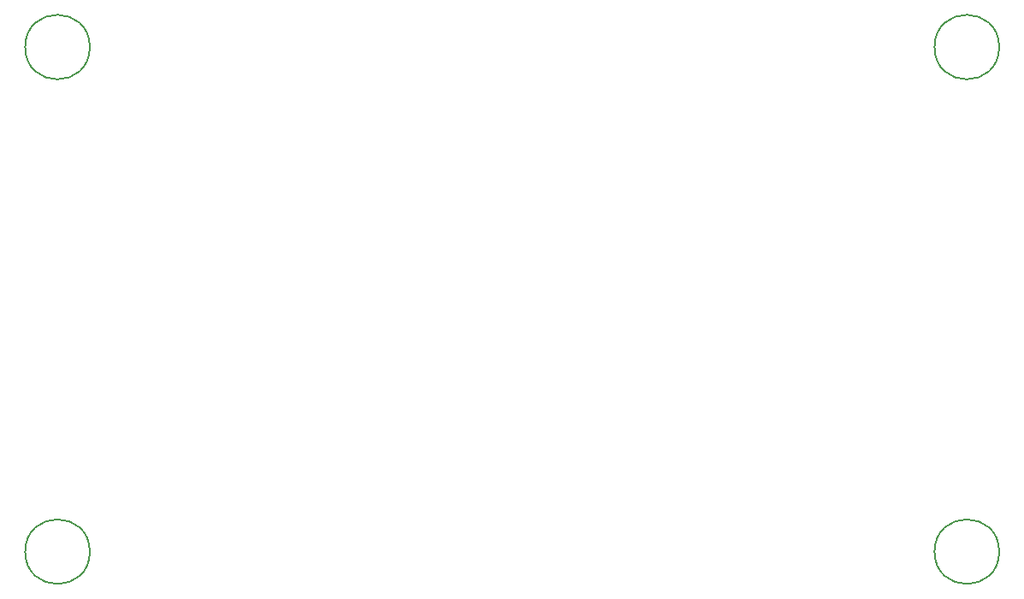
<source format=gbr>
%TF.GenerationSoftware,KiCad,Pcbnew,7.0.8*%
%TF.CreationDate,2024-11-14T21:46:59-08:00*%
%TF.ProjectId,CS8416-PCB5122,43533834-3136-42d5-9043-42353132322e,rev?*%
%TF.SameCoordinates,Original*%
%TF.FileFunction,Other,Comment*%
%FSLAX46Y46*%
G04 Gerber Fmt 4.6, Leading zero omitted, Abs format (unit mm)*
G04 Created by KiCad (PCBNEW 7.0.8) date 2024-11-14 21:46:59*
%MOMM*%
%LPD*%
G01*
G04 APERTURE LIST*
%ADD10C,0.150000*%
G04 APERTURE END LIST*
D10*
%TO.C,H2*%
X148713748Y-113255000D02*
G75*
G03*
X148713748Y-113255000I-3200000J0D01*
G01*
%TO.C,H1*%
X58713748Y-113255000D02*
G75*
G03*
X58713748Y-113255000I-3200000J0D01*
G01*
%TO.C,H4*%
X148713748Y-163255000D02*
G75*
G03*
X148713748Y-163255000I-3200000J0D01*
G01*
%TO.C,H3*%
X58713748Y-163255000D02*
G75*
G03*
X58713748Y-163255000I-3200000J0D01*
G01*
%TD*%
M02*

</source>
